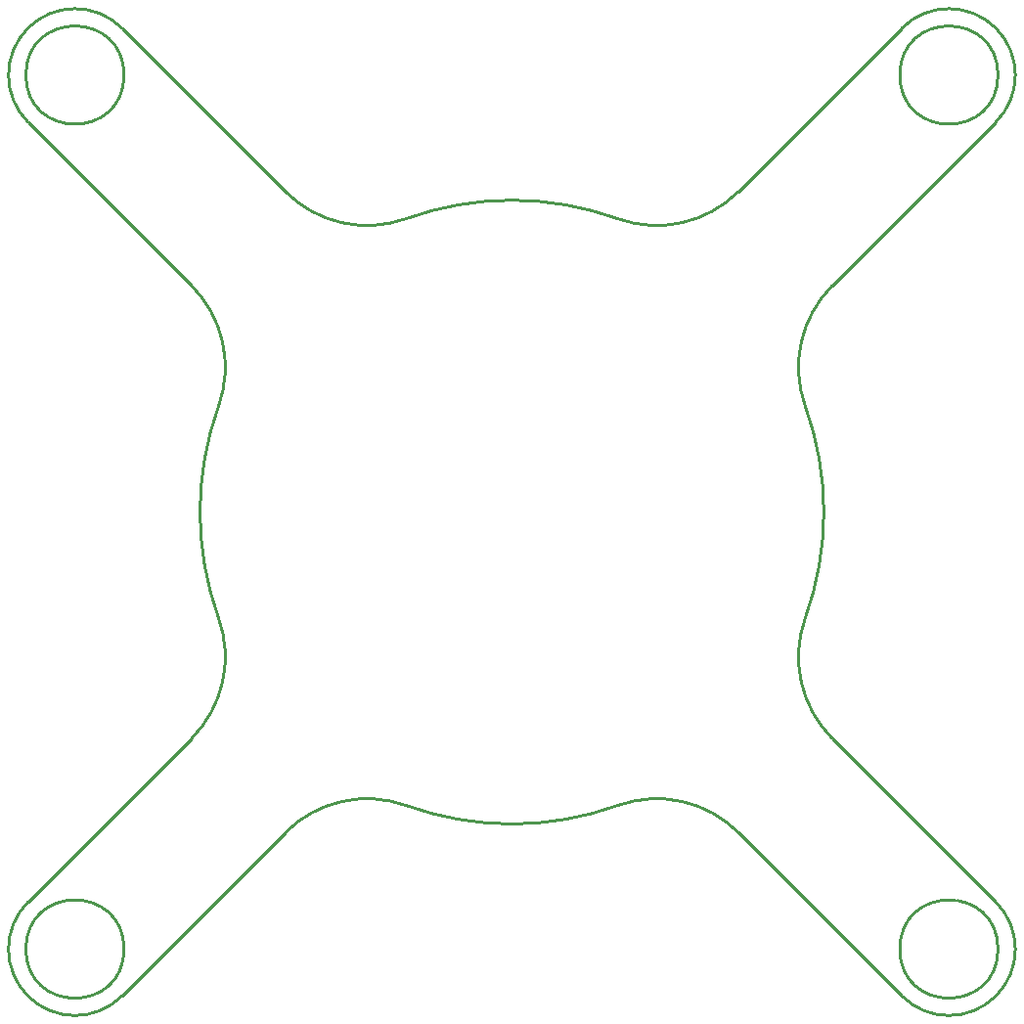
<source format=gbr>
%TF.GenerationSoftware,KiCad,Pcbnew,(6.0.1)*%
%TF.CreationDate,2022-08-15T17:42:43+03:00*%
%TF.ProjectId,ESP32_Drone,45535033-325f-4447-926f-6e652e6b6963,rev?*%
%TF.SameCoordinates,Original*%
%TF.FileFunction,Profile,NP*%
%FSLAX46Y46*%
G04 Gerber Fmt 4.6, Leading zero omitted, Abs format (unit mm)*
G04 Created by KiCad (PCBNEW (6.0.1)) date 2022-08-15 17:42:43*
%MOMM*%
%LPD*%
G01*
G04 APERTURE LIST*
%TA.AperFunction,Profile*%
%ADD10C,0.250000*%
%TD*%
G04 APERTURE END LIST*
D10*
%TO.C,SYM1*%
X114259915Y-90608357D02*
X100103923Y-104764349D01*
X169740085Y-51391643D02*
X183896077Y-37235651D01*
X161608357Y-98740085D02*
X175764349Y-112896077D01*
X122391643Y-43259915D02*
X108235651Y-29103923D01*
X183896077Y-104764349D02*
X169740085Y-90608357D01*
X100103923Y-37235651D02*
X114259915Y-51391643D01*
X175764349Y-29103923D02*
X161608357Y-43259915D01*
X108235651Y-112896077D02*
X122391643Y-98740085D01*
X132851167Y-96402733D02*
G75*
G03*
X151148833Y-96402733I9148833J25402730D01*
G01*
X167402733Y-80148833D02*
G75*
G03*
X167402733Y-61851167I-25402730J9148833D01*
G01*
X161608356Y-98740086D02*
G75*
G03*
X151148833Y-96402733I-7071068J-7071071D01*
G01*
X122391644Y-43259914D02*
G75*
G03*
X132851167Y-45597267I7071068J7071071D01*
G01*
X183896077Y-37235651D02*
G75*
G03*
X175764349Y-29103923I-4065864J4065864D01*
G01*
X116597267Y-61851167D02*
G75*
G03*
X114259915Y-51391643I-9408424J3388455D01*
G01*
X116597267Y-61851167D02*
G75*
G03*
X116597267Y-80148833I25402730J-9148833D01*
G01*
X114259914Y-90608356D02*
G75*
G03*
X116597267Y-80148833I-7071071J7071068D01*
G01*
X132851167Y-96402733D02*
G75*
G03*
X122391643Y-98740085I-3388455J-9408424D01*
G01*
X151148833Y-45597267D02*
G75*
G03*
X161608357Y-43259915I3388455J9408424D01*
G01*
X169740086Y-51391644D02*
G75*
G03*
X167402733Y-61851167I7071071J-7071068D01*
G01*
X167402733Y-80148833D02*
G75*
G03*
X169740085Y-90608357I9408424J-3388455D01*
G01*
X108235651Y-29103923D02*
G75*
G03*
X100103923Y-37235651I-4065864J-4065864D01*
G01*
X100103923Y-104764349D02*
G75*
G03*
X108235651Y-112896077I4065864J-4065864D01*
G01*
X151148833Y-45597267D02*
G75*
G03*
X132851167Y-45597267I-9148833J-25402730D01*
G01*
X175764349Y-112896077D02*
G75*
G03*
X183896077Y-104764349I4065864J4065864D01*
G01*
X108419787Y-33169787D02*
G75*
G03*
X108419787Y-33169787I-4250000J0D01*
G01*
X108419787Y-108830213D02*
G75*
G03*
X108419787Y-108830213I-4250000J0D01*
G01*
X184080213Y-108830213D02*
G75*
G03*
X184080213Y-108830213I-4250000J0D01*
G01*
X184080213Y-33169787D02*
G75*
G03*
X184080213Y-33169787I-4250000J0D01*
G01*
%TD*%
M02*

</source>
